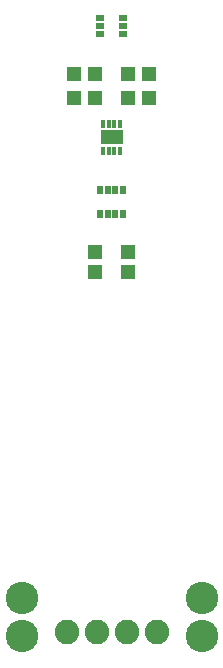
<source format=gbr>
G04 EAGLE Gerber RS-274X export*
G75*
%MOMM*%
%FSLAX34Y34*%
%LPD*%
%INSoldermask Top*%
%IPPOS*%
%AMOC8*
5,1,8,0,0,1.08239X$1,22.5*%
G01*
%ADD10R,1.203200X1.303200*%
%ADD11C,2.082800*%
%ADD12R,0.553200X0.703200*%
%ADD13R,1.303200X1.203200*%
%ADD14R,0.653200X0.503200*%
%ADD15R,1.903200X1.203200*%
%ADD16R,0.453200X0.803200*%
%ADD17C,2.743200*%


D10*
X-13970Y254390D03*
X-13970Y271390D03*
D11*
X-38100Y-50800D03*
X-12700Y-50800D03*
X12700Y-50800D03*
X38100Y-50800D03*
D10*
X13970Y271390D03*
X13970Y254390D03*
D12*
X-9750Y323940D03*
X-3250Y323940D03*
X3250Y323940D03*
X9750Y323940D03*
X9750Y303440D03*
X3250Y303440D03*
X-3250Y303440D03*
X-9750Y303440D03*
D13*
X-14360Y421640D03*
X-31360Y421640D03*
X14360Y401320D03*
X31360Y401320D03*
D14*
X9750Y468780D03*
X9750Y462280D03*
X9750Y455780D03*
X-9750Y455780D03*
X-9750Y462280D03*
X-9750Y468780D03*
D15*
X0Y368300D03*
D16*
X-7500Y356800D03*
X-2500Y356800D03*
X2500Y356800D03*
X7500Y356800D03*
X7500Y379800D03*
X2500Y379800D03*
X-2500Y379800D03*
X-7500Y379800D03*
D13*
X14360Y421640D03*
X31360Y421640D03*
X-31360Y401320D03*
X-14360Y401320D03*
D17*
X-76200Y-53975D03*
X76200Y-53975D03*
X76200Y-22225D03*
X-76200Y-22225D03*
M02*

</source>
